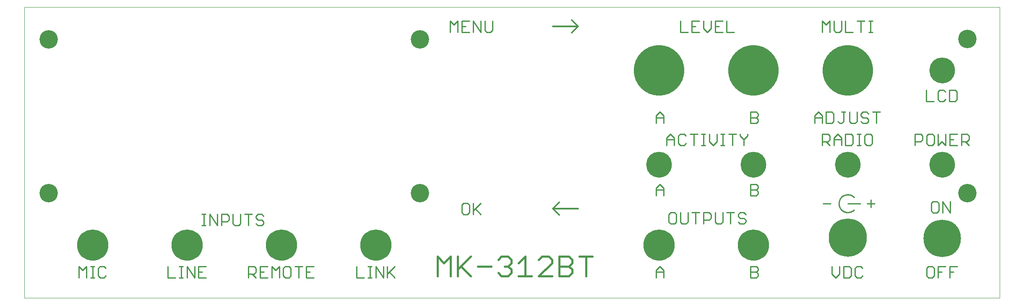
<source format=gts>
G75*
%MOIN*%
%OFA0B0*%
%FSLAX24Y24*%
%IPPOS*%
%LPD*%
%AMOC8*
5,1,8,0,0,1.08239X$1,22.5*
%
%ADD10C,0.0000*%
%ADD11C,0.2049*%
%ADD12C,0.2482*%
%ADD13C,0.3033*%
%ADD14C,0.0100*%
%ADD15C,0.0180*%
%ADD16C,0.0120*%
%ADD17C,0.1464*%
%ADD18C,0.4023*%
%ADD19C,0.2980*%
D10*
X000100Y000100D02*
X077600Y000100D01*
X077600Y023220D01*
X000100Y023220D01*
X000100Y000100D01*
X004319Y004289D02*
X004321Y004358D01*
X004327Y004427D01*
X004337Y004496D01*
X004351Y004563D01*
X004369Y004630D01*
X004390Y004696D01*
X004415Y004761D01*
X004444Y004823D01*
X004477Y004884D01*
X004513Y004944D01*
X004552Y005001D01*
X004595Y005055D01*
X004641Y005107D01*
X004689Y005156D01*
X004741Y005203D01*
X004795Y005246D01*
X004851Y005286D01*
X004910Y005323D01*
X004970Y005357D01*
X005033Y005387D01*
X005097Y005413D01*
X005162Y005435D01*
X005229Y005454D01*
X005296Y005469D01*
X005365Y005480D01*
X005434Y005487D01*
X005503Y005490D01*
X005572Y005489D01*
X005641Y005484D01*
X005710Y005475D01*
X005778Y005462D01*
X005845Y005445D01*
X005911Y005425D01*
X005976Y005400D01*
X006039Y005372D01*
X006100Y005340D01*
X006160Y005305D01*
X006218Y005267D01*
X006273Y005225D01*
X006325Y005180D01*
X006375Y005132D01*
X006422Y005081D01*
X006467Y005028D01*
X006508Y004972D01*
X006545Y004914D01*
X006580Y004854D01*
X006610Y004792D01*
X006638Y004729D01*
X006661Y004663D01*
X006681Y004597D01*
X006697Y004530D01*
X006709Y004461D01*
X006717Y004393D01*
X006721Y004324D01*
X006721Y004254D01*
X006717Y004185D01*
X006709Y004117D01*
X006697Y004048D01*
X006681Y003981D01*
X006661Y003915D01*
X006638Y003849D01*
X006610Y003786D01*
X006580Y003724D01*
X006545Y003664D01*
X006508Y003606D01*
X006467Y003550D01*
X006422Y003497D01*
X006375Y003446D01*
X006325Y003398D01*
X006273Y003353D01*
X006218Y003311D01*
X006160Y003273D01*
X006100Y003238D01*
X006039Y003206D01*
X005976Y003178D01*
X005911Y003153D01*
X005845Y003133D01*
X005778Y003116D01*
X005710Y003103D01*
X005641Y003094D01*
X005572Y003089D01*
X005503Y003088D01*
X005434Y003091D01*
X005365Y003098D01*
X005296Y003109D01*
X005229Y003124D01*
X005162Y003143D01*
X005097Y003165D01*
X005033Y003191D01*
X004970Y003221D01*
X004910Y003255D01*
X004851Y003292D01*
X004795Y003332D01*
X004741Y003375D01*
X004689Y003422D01*
X004641Y003471D01*
X004595Y003523D01*
X004552Y003577D01*
X004513Y003634D01*
X004477Y003694D01*
X004444Y003755D01*
X004415Y003817D01*
X004390Y003882D01*
X004369Y003948D01*
X004351Y004015D01*
X004337Y004082D01*
X004327Y004151D01*
X004321Y004220D01*
X004319Y004289D01*
X011819Y004289D02*
X011821Y004358D01*
X011827Y004427D01*
X011837Y004496D01*
X011851Y004563D01*
X011869Y004630D01*
X011890Y004696D01*
X011915Y004761D01*
X011944Y004823D01*
X011977Y004884D01*
X012013Y004944D01*
X012052Y005001D01*
X012095Y005055D01*
X012141Y005107D01*
X012189Y005156D01*
X012241Y005203D01*
X012295Y005246D01*
X012351Y005286D01*
X012410Y005323D01*
X012470Y005357D01*
X012533Y005387D01*
X012597Y005413D01*
X012662Y005435D01*
X012729Y005454D01*
X012796Y005469D01*
X012865Y005480D01*
X012934Y005487D01*
X013003Y005490D01*
X013072Y005489D01*
X013141Y005484D01*
X013210Y005475D01*
X013278Y005462D01*
X013345Y005445D01*
X013411Y005425D01*
X013476Y005400D01*
X013539Y005372D01*
X013600Y005340D01*
X013660Y005305D01*
X013718Y005267D01*
X013773Y005225D01*
X013825Y005180D01*
X013875Y005132D01*
X013922Y005081D01*
X013967Y005028D01*
X014008Y004972D01*
X014045Y004914D01*
X014080Y004854D01*
X014110Y004792D01*
X014138Y004729D01*
X014161Y004663D01*
X014181Y004597D01*
X014197Y004530D01*
X014209Y004461D01*
X014217Y004393D01*
X014221Y004324D01*
X014221Y004254D01*
X014217Y004185D01*
X014209Y004117D01*
X014197Y004048D01*
X014181Y003981D01*
X014161Y003915D01*
X014138Y003849D01*
X014110Y003786D01*
X014080Y003724D01*
X014045Y003664D01*
X014008Y003606D01*
X013967Y003550D01*
X013922Y003497D01*
X013875Y003446D01*
X013825Y003398D01*
X013773Y003353D01*
X013718Y003311D01*
X013660Y003273D01*
X013600Y003238D01*
X013539Y003206D01*
X013476Y003178D01*
X013411Y003153D01*
X013345Y003133D01*
X013278Y003116D01*
X013210Y003103D01*
X013141Y003094D01*
X013072Y003089D01*
X013003Y003088D01*
X012934Y003091D01*
X012865Y003098D01*
X012796Y003109D01*
X012729Y003124D01*
X012662Y003143D01*
X012597Y003165D01*
X012533Y003191D01*
X012470Y003221D01*
X012410Y003255D01*
X012351Y003292D01*
X012295Y003332D01*
X012241Y003375D01*
X012189Y003422D01*
X012141Y003471D01*
X012095Y003523D01*
X012052Y003577D01*
X012013Y003634D01*
X011977Y003694D01*
X011944Y003755D01*
X011915Y003817D01*
X011890Y003882D01*
X011869Y003948D01*
X011851Y004015D01*
X011837Y004082D01*
X011827Y004151D01*
X011821Y004220D01*
X011819Y004289D01*
X019319Y004289D02*
X019321Y004358D01*
X019327Y004427D01*
X019337Y004496D01*
X019351Y004563D01*
X019369Y004630D01*
X019390Y004696D01*
X019415Y004761D01*
X019444Y004823D01*
X019477Y004884D01*
X019513Y004944D01*
X019552Y005001D01*
X019595Y005055D01*
X019641Y005107D01*
X019689Y005156D01*
X019741Y005203D01*
X019795Y005246D01*
X019851Y005286D01*
X019910Y005323D01*
X019970Y005357D01*
X020033Y005387D01*
X020097Y005413D01*
X020162Y005435D01*
X020229Y005454D01*
X020296Y005469D01*
X020365Y005480D01*
X020434Y005487D01*
X020503Y005490D01*
X020572Y005489D01*
X020641Y005484D01*
X020710Y005475D01*
X020778Y005462D01*
X020845Y005445D01*
X020911Y005425D01*
X020976Y005400D01*
X021039Y005372D01*
X021100Y005340D01*
X021160Y005305D01*
X021218Y005267D01*
X021273Y005225D01*
X021325Y005180D01*
X021375Y005132D01*
X021422Y005081D01*
X021467Y005028D01*
X021508Y004972D01*
X021545Y004914D01*
X021580Y004854D01*
X021610Y004792D01*
X021638Y004729D01*
X021661Y004663D01*
X021681Y004597D01*
X021697Y004530D01*
X021709Y004461D01*
X021717Y004393D01*
X021721Y004324D01*
X021721Y004254D01*
X021717Y004185D01*
X021709Y004117D01*
X021697Y004048D01*
X021681Y003981D01*
X021661Y003915D01*
X021638Y003849D01*
X021610Y003786D01*
X021580Y003724D01*
X021545Y003664D01*
X021508Y003606D01*
X021467Y003550D01*
X021422Y003497D01*
X021375Y003446D01*
X021325Y003398D01*
X021273Y003353D01*
X021218Y003311D01*
X021160Y003273D01*
X021100Y003238D01*
X021039Y003206D01*
X020976Y003178D01*
X020911Y003153D01*
X020845Y003133D01*
X020778Y003116D01*
X020710Y003103D01*
X020641Y003094D01*
X020572Y003089D01*
X020503Y003088D01*
X020434Y003091D01*
X020365Y003098D01*
X020296Y003109D01*
X020229Y003124D01*
X020162Y003143D01*
X020097Y003165D01*
X020033Y003191D01*
X019970Y003221D01*
X019910Y003255D01*
X019851Y003292D01*
X019795Y003332D01*
X019741Y003375D01*
X019689Y003422D01*
X019641Y003471D01*
X019595Y003523D01*
X019552Y003577D01*
X019513Y003634D01*
X019477Y003694D01*
X019444Y003755D01*
X019415Y003817D01*
X019390Y003882D01*
X019369Y003948D01*
X019351Y004015D01*
X019337Y004082D01*
X019327Y004151D01*
X019321Y004220D01*
X019319Y004289D01*
X026819Y004289D02*
X026821Y004358D01*
X026827Y004427D01*
X026837Y004496D01*
X026851Y004563D01*
X026869Y004630D01*
X026890Y004696D01*
X026915Y004761D01*
X026944Y004823D01*
X026977Y004884D01*
X027013Y004944D01*
X027052Y005001D01*
X027095Y005055D01*
X027141Y005107D01*
X027189Y005156D01*
X027241Y005203D01*
X027295Y005246D01*
X027351Y005286D01*
X027410Y005323D01*
X027470Y005357D01*
X027533Y005387D01*
X027597Y005413D01*
X027662Y005435D01*
X027729Y005454D01*
X027796Y005469D01*
X027865Y005480D01*
X027934Y005487D01*
X028003Y005490D01*
X028072Y005489D01*
X028141Y005484D01*
X028210Y005475D01*
X028278Y005462D01*
X028345Y005445D01*
X028411Y005425D01*
X028476Y005400D01*
X028539Y005372D01*
X028600Y005340D01*
X028660Y005305D01*
X028718Y005267D01*
X028773Y005225D01*
X028825Y005180D01*
X028875Y005132D01*
X028922Y005081D01*
X028967Y005028D01*
X029008Y004972D01*
X029045Y004914D01*
X029080Y004854D01*
X029110Y004792D01*
X029138Y004729D01*
X029161Y004663D01*
X029181Y004597D01*
X029197Y004530D01*
X029209Y004461D01*
X029217Y004393D01*
X029221Y004324D01*
X029221Y004254D01*
X029217Y004185D01*
X029209Y004117D01*
X029197Y004048D01*
X029181Y003981D01*
X029161Y003915D01*
X029138Y003849D01*
X029110Y003786D01*
X029080Y003724D01*
X029045Y003664D01*
X029008Y003606D01*
X028967Y003550D01*
X028922Y003497D01*
X028875Y003446D01*
X028825Y003398D01*
X028773Y003353D01*
X028718Y003311D01*
X028660Y003273D01*
X028600Y003238D01*
X028539Y003206D01*
X028476Y003178D01*
X028411Y003153D01*
X028345Y003133D01*
X028278Y003116D01*
X028210Y003103D01*
X028141Y003094D01*
X028072Y003089D01*
X028003Y003088D01*
X027934Y003091D01*
X027865Y003098D01*
X027796Y003109D01*
X027729Y003124D01*
X027662Y003143D01*
X027597Y003165D01*
X027533Y003191D01*
X027470Y003221D01*
X027410Y003255D01*
X027351Y003292D01*
X027295Y003332D01*
X027241Y003375D01*
X027189Y003422D01*
X027141Y003471D01*
X027095Y003523D01*
X027052Y003577D01*
X027013Y003634D01*
X026977Y003694D01*
X026944Y003755D01*
X026915Y003817D01*
X026890Y003882D01*
X026869Y003948D01*
X026851Y004015D01*
X026837Y004082D01*
X026827Y004151D01*
X026821Y004220D01*
X026819Y004289D01*
X049319Y004289D02*
X049321Y004358D01*
X049327Y004427D01*
X049337Y004496D01*
X049351Y004563D01*
X049369Y004630D01*
X049390Y004696D01*
X049415Y004761D01*
X049444Y004823D01*
X049477Y004884D01*
X049513Y004944D01*
X049552Y005001D01*
X049595Y005055D01*
X049641Y005107D01*
X049689Y005156D01*
X049741Y005203D01*
X049795Y005246D01*
X049851Y005286D01*
X049910Y005323D01*
X049970Y005357D01*
X050033Y005387D01*
X050097Y005413D01*
X050162Y005435D01*
X050229Y005454D01*
X050296Y005469D01*
X050365Y005480D01*
X050434Y005487D01*
X050503Y005490D01*
X050572Y005489D01*
X050641Y005484D01*
X050710Y005475D01*
X050778Y005462D01*
X050845Y005445D01*
X050911Y005425D01*
X050976Y005400D01*
X051039Y005372D01*
X051100Y005340D01*
X051160Y005305D01*
X051218Y005267D01*
X051273Y005225D01*
X051325Y005180D01*
X051375Y005132D01*
X051422Y005081D01*
X051467Y005028D01*
X051508Y004972D01*
X051545Y004914D01*
X051580Y004854D01*
X051610Y004792D01*
X051638Y004729D01*
X051661Y004663D01*
X051681Y004597D01*
X051697Y004530D01*
X051709Y004461D01*
X051717Y004393D01*
X051721Y004324D01*
X051721Y004254D01*
X051717Y004185D01*
X051709Y004117D01*
X051697Y004048D01*
X051681Y003981D01*
X051661Y003915D01*
X051638Y003849D01*
X051610Y003786D01*
X051580Y003724D01*
X051545Y003664D01*
X051508Y003606D01*
X051467Y003550D01*
X051422Y003497D01*
X051375Y003446D01*
X051325Y003398D01*
X051273Y003353D01*
X051218Y003311D01*
X051160Y003273D01*
X051100Y003238D01*
X051039Y003206D01*
X050976Y003178D01*
X050911Y003153D01*
X050845Y003133D01*
X050778Y003116D01*
X050710Y003103D01*
X050641Y003094D01*
X050572Y003089D01*
X050503Y003088D01*
X050434Y003091D01*
X050365Y003098D01*
X050296Y003109D01*
X050229Y003124D01*
X050162Y003143D01*
X050097Y003165D01*
X050033Y003191D01*
X049970Y003221D01*
X049910Y003255D01*
X049851Y003292D01*
X049795Y003332D01*
X049741Y003375D01*
X049689Y003422D01*
X049641Y003471D01*
X049595Y003523D01*
X049552Y003577D01*
X049513Y003634D01*
X049477Y003694D01*
X049444Y003755D01*
X049415Y003817D01*
X049390Y003882D01*
X049369Y003948D01*
X049351Y004015D01*
X049337Y004082D01*
X049327Y004151D01*
X049321Y004220D01*
X049319Y004289D01*
X056819Y004289D02*
X056821Y004358D01*
X056827Y004427D01*
X056837Y004496D01*
X056851Y004563D01*
X056869Y004630D01*
X056890Y004696D01*
X056915Y004761D01*
X056944Y004823D01*
X056977Y004884D01*
X057013Y004944D01*
X057052Y005001D01*
X057095Y005055D01*
X057141Y005107D01*
X057189Y005156D01*
X057241Y005203D01*
X057295Y005246D01*
X057351Y005286D01*
X057410Y005323D01*
X057470Y005357D01*
X057533Y005387D01*
X057597Y005413D01*
X057662Y005435D01*
X057729Y005454D01*
X057796Y005469D01*
X057865Y005480D01*
X057934Y005487D01*
X058003Y005490D01*
X058072Y005489D01*
X058141Y005484D01*
X058210Y005475D01*
X058278Y005462D01*
X058345Y005445D01*
X058411Y005425D01*
X058476Y005400D01*
X058539Y005372D01*
X058600Y005340D01*
X058660Y005305D01*
X058718Y005267D01*
X058773Y005225D01*
X058825Y005180D01*
X058875Y005132D01*
X058922Y005081D01*
X058967Y005028D01*
X059008Y004972D01*
X059045Y004914D01*
X059080Y004854D01*
X059110Y004792D01*
X059138Y004729D01*
X059161Y004663D01*
X059181Y004597D01*
X059197Y004530D01*
X059209Y004461D01*
X059217Y004393D01*
X059221Y004324D01*
X059221Y004254D01*
X059217Y004185D01*
X059209Y004117D01*
X059197Y004048D01*
X059181Y003981D01*
X059161Y003915D01*
X059138Y003849D01*
X059110Y003786D01*
X059080Y003724D01*
X059045Y003664D01*
X059008Y003606D01*
X058967Y003550D01*
X058922Y003497D01*
X058875Y003446D01*
X058825Y003398D01*
X058773Y003353D01*
X058718Y003311D01*
X058660Y003273D01*
X058600Y003238D01*
X058539Y003206D01*
X058476Y003178D01*
X058411Y003153D01*
X058345Y003133D01*
X058278Y003116D01*
X058210Y003103D01*
X058141Y003094D01*
X058072Y003089D01*
X058003Y003088D01*
X057934Y003091D01*
X057865Y003098D01*
X057796Y003109D01*
X057729Y003124D01*
X057662Y003143D01*
X057597Y003165D01*
X057533Y003191D01*
X057470Y003221D01*
X057410Y003255D01*
X057351Y003292D01*
X057295Y003332D01*
X057241Y003375D01*
X057189Y003422D01*
X057141Y003471D01*
X057095Y003523D01*
X057052Y003577D01*
X057013Y003634D01*
X056977Y003694D01*
X056944Y003755D01*
X056915Y003817D01*
X056890Y003882D01*
X056869Y003948D01*
X056851Y004015D01*
X056837Y004082D01*
X056827Y004151D01*
X056821Y004220D01*
X056819Y004289D01*
X064044Y004880D02*
X064046Y004957D01*
X064052Y005033D01*
X064062Y005109D01*
X064076Y005184D01*
X064093Y005259D01*
X064115Y005332D01*
X064140Y005405D01*
X064170Y005476D01*
X064202Y005545D01*
X064239Y005612D01*
X064278Y005678D01*
X064321Y005741D01*
X064368Y005802D01*
X064417Y005861D01*
X064470Y005917D01*
X064525Y005970D01*
X064583Y006020D01*
X064643Y006067D01*
X064706Y006111D01*
X064771Y006152D01*
X064838Y006189D01*
X064907Y006223D01*
X064977Y006253D01*
X065049Y006279D01*
X065123Y006301D01*
X065197Y006320D01*
X065272Y006335D01*
X065348Y006346D01*
X065424Y006353D01*
X065501Y006356D01*
X065577Y006355D01*
X065654Y006350D01*
X065730Y006341D01*
X065806Y006328D01*
X065880Y006311D01*
X065954Y006291D01*
X066027Y006266D01*
X066098Y006238D01*
X066168Y006206D01*
X066236Y006171D01*
X066302Y006132D01*
X066366Y006090D01*
X066427Y006044D01*
X066487Y005995D01*
X066543Y005944D01*
X066597Y005889D01*
X066648Y005832D01*
X066696Y005772D01*
X066741Y005710D01*
X066782Y005645D01*
X066820Y005579D01*
X066855Y005511D01*
X066885Y005440D01*
X066913Y005369D01*
X066936Y005296D01*
X066956Y005222D01*
X066972Y005147D01*
X066984Y005071D01*
X066992Y004995D01*
X066996Y004918D01*
X066996Y004842D01*
X066992Y004765D01*
X066984Y004689D01*
X066972Y004613D01*
X066956Y004538D01*
X066936Y004464D01*
X066913Y004391D01*
X066885Y004320D01*
X066855Y004249D01*
X066820Y004181D01*
X066782Y004115D01*
X066741Y004050D01*
X066696Y003988D01*
X066648Y003928D01*
X066597Y003871D01*
X066543Y003816D01*
X066487Y003765D01*
X066427Y003716D01*
X066366Y003670D01*
X066302Y003628D01*
X066236Y003589D01*
X066168Y003554D01*
X066098Y003522D01*
X066027Y003494D01*
X065954Y003469D01*
X065880Y003449D01*
X065806Y003432D01*
X065730Y003419D01*
X065654Y003410D01*
X065577Y003405D01*
X065501Y003404D01*
X065424Y003407D01*
X065348Y003414D01*
X065272Y003425D01*
X065197Y003440D01*
X065123Y003459D01*
X065049Y003481D01*
X064977Y003507D01*
X064907Y003537D01*
X064838Y003571D01*
X064771Y003608D01*
X064706Y003649D01*
X064643Y003693D01*
X064583Y003740D01*
X064525Y003790D01*
X064470Y003843D01*
X064417Y003899D01*
X064368Y003958D01*
X064321Y004019D01*
X064278Y004082D01*
X064239Y004148D01*
X064202Y004215D01*
X064170Y004284D01*
X064140Y004355D01*
X064115Y004428D01*
X064093Y004501D01*
X064076Y004576D01*
X064062Y004651D01*
X064052Y004727D01*
X064046Y004803D01*
X064044Y004880D01*
X064536Y010685D02*
X064538Y010747D01*
X064544Y010810D01*
X064554Y010871D01*
X064568Y010932D01*
X064585Y010992D01*
X064606Y011051D01*
X064632Y011108D01*
X064660Y011163D01*
X064692Y011217D01*
X064728Y011268D01*
X064766Y011318D01*
X064808Y011364D01*
X064852Y011408D01*
X064900Y011449D01*
X064949Y011487D01*
X065001Y011521D01*
X065055Y011552D01*
X065111Y011580D01*
X065169Y011604D01*
X065228Y011625D01*
X065288Y011641D01*
X065349Y011654D01*
X065411Y011663D01*
X065473Y011668D01*
X065536Y011669D01*
X065598Y011666D01*
X065660Y011659D01*
X065722Y011648D01*
X065782Y011633D01*
X065842Y011615D01*
X065900Y011593D01*
X065957Y011567D01*
X066012Y011537D01*
X066065Y011504D01*
X066116Y011468D01*
X066164Y011429D01*
X066210Y011386D01*
X066253Y011341D01*
X066293Y011293D01*
X066330Y011243D01*
X066364Y011190D01*
X066395Y011136D01*
X066421Y011080D01*
X066445Y011022D01*
X066464Y010962D01*
X066480Y010902D01*
X066492Y010840D01*
X066500Y010779D01*
X066504Y010716D01*
X066504Y010654D01*
X066500Y010591D01*
X066492Y010530D01*
X066480Y010468D01*
X066464Y010408D01*
X066445Y010348D01*
X066421Y010290D01*
X066395Y010234D01*
X066364Y010180D01*
X066330Y010127D01*
X066293Y010077D01*
X066253Y010029D01*
X066210Y009984D01*
X066164Y009941D01*
X066116Y009902D01*
X066065Y009866D01*
X066012Y009833D01*
X065957Y009803D01*
X065900Y009777D01*
X065842Y009755D01*
X065782Y009737D01*
X065722Y009722D01*
X065660Y009711D01*
X065598Y009704D01*
X065536Y009701D01*
X065473Y009702D01*
X065411Y009707D01*
X065349Y009716D01*
X065288Y009729D01*
X065228Y009745D01*
X065169Y009766D01*
X065111Y009790D01*
X065055Y009818D01*
X065001Y009849D01*
X064949Y009883D01*
X064900Y009921D01*
X064852Y009962D01*
X064808Y010006D01*
X064766Y010052D01*
X064728Y010102D01*
X064692Y010153D01*
X064660Y010207D01*
X064632Y010262D01*
X064606Y010319D01*
X064585Y010378D01*
X064568Y010438D01*
X064554Y010499D01*
X064544Y010560D01*
X064538Y010623D01*
X064536Y010685D01*
X057036Y010685D02*
X057038Y010747D01*
X057044Y010810D01*
X057054Y010871D01*
X057068Y010932D01*
X057085Y010992D01*
X057106Y011051D01*
X057132Y011108D01*
X057160Y011163D01*
X057192Y011217D01*
X057228Y011268D01*
X057266Y011318D01*
X057308Y011364D01*
X057352Y011408D01*
X057400Y011449D01*
X057449Y011487D01*
X057501Y011521D01*
X057555Y011552D01*
X057611Y011580D01*
X057669Y011604D01*
X057728Y011625D01*
X057788Y011641D01*
X057849Y011654D01*
X057911Y011663D01*
X057973Y011668D01*
X058036Y011669D01*
X058098Y011666D01*
X058160Y011659D01*
X058222Y011648D01*
X058282Y011633D01*
X058342Y011615D01*
X058400Y011593D01*
X058457Y011567D01*
X058512Y011537D01*
X058565Y011504D01*
X058616Y011468D01*
X058664Y011429D01*
X058710Y011386D01*
X058753Y011341D01*
X058793Y011293D01*
X058830Y011243D01*
X058864Y011190D01*
X058895Y011136D01*
X058921Y011080D01*
X058945Y011022D01*
X058964Y010962D01*
X058980Y010902D01*
X058992Y010840D01*
X059000Y010779D01*
X059004Y010716D01*
X059004Y010654D01*
X059000Y010591D01*
X058992Y010530D01*
X058980Y010468D01*
X058964Y010408D01*
X058945Y010348D01*
X058921Y010290D01*
X058895Y010234D01*
X058864Y010180D01*
X058830Y010127D01*
X058793Y010077D01*
X058753Y010029D01*
X058710Y009984D01*
X058664Y009941D01*
X058616Y009902D01*
X058565Y009866D01*
X058512Y009833D01*
X058457Y009803D01*
X058400Y009777D01*
X058342Y009755D01*
X058282Y009737D01*
X058222Y009722D01*
X058160Y009711D01*
X058098Y009704D01*
X058036Y009701D01*
X057973Y009702D01*
X057911Y009707D01*
X057849Y009716D01*
X057788Y009729D01*
X057728Y009745D01*
X057669Y009766D01*
X057611Y009790D01*
X057555Y009818D01*
X057501Y009849D01*
X057449Y009883D01*
X057400Y009921D01*
X057352Y009962D01*
X057308Y010006D01*
X057266Y010052D01*
X057228Y010102D01*
X057192Y010153D01*
X057160Y010207D01*
X057132Y010262D01*
X057106Y010319D01*
X057085Y010378D01*
X057068Y010438D01*
X057054Y010499D01*
X057044Y010560D01*
X057038Y010623D01*
X057036Y010685D01*
X049536Y010685D02*
X049538Y010747D01*
X049544Y010810D01*
X049554Y010871D01*
X049568Y010932D01*
X049585Y010992D01*
X049606Y011051D01*
X049632Y011108D01*
X049660Y011163D01*
X049692Y011217D01*
X049728Y011268D01*
X049766Y011318D01*
X049808Y011364D01*
X049852Y011408D01*
X049900Y011449D01*
X049949Y011487D01*
X050001Y011521D01*
X050055Y011552D01*
X050111Y011580D01*
X050169Y011604D01*
X050228Y011625D01*
X050288Y011641D01*
X050349Y011654D01*
X050411Y011663D01*
X050473Y011668D01*
X050536Y011669D01*
X050598Y011666D01*
X050660Y011659D01*
X050722Y011648D01*
X050782Y011633D01*
X050842Y011615D01*
X050900Y011593D01*
X050957Y011567D01*
X051012Y011537D01*
X051065Y011504D01*
X051116Y011468D01*
X051164Y011429D01*
X051210Y011386D01*
X051253Y011341D01*
X051293Y011293D01*
X051330Y011243D01*
X051364Y011190D01*
X051395Y011136D01*
X051421Y011080D01*
X051445Y011022D01*
X051464Y010962D01*
X051480Y010902D01*
X051492Y010840D01*
X051500Y010779D01*
X051504Y010716D01*
X051504Y010654D01*
X051500Y010591D01*
X051492Y010530D01*
X051480Y010468D01*
X051464Y010408D01*
X051445Y010348D01*
X051421Y010290D01*
X051395Y010234D01*
X051364Y010180D01*
X051330Y010127D01*
X051293Y010077D01*
X051253Y010029D01*
X051210Y009984D01*
X051164Y009941D01*
X051116Y009902D01*
X051065Y009866D01*
X051012Y009833D01*
X050957Y009803D01*
X050900Y009777D01*
X050842Y009755D01*
X050782Y009737D01*
X050722Y009722D01*
X050660Y009711D01*
X050598Y009704D01*
X050536Y009701D01*
X050473Y009702D01*
X050411Y009707D01*
X050349Y009716D01*
X050288Y009729D01*
X050228Y009745D01*
X050169Y009766D01*
X050111Y009790D01*
X050055Y009818D01*
X050001Y009849D01*
X049949Y009883D01*
X049900Y009921D01*
X049852Y009962D01*
X049808Y010006D01*
X049766Y010052D01*
X049728Y010102D01*
X049692Y010153D01*
X049660Y010207D01*
X049632Y010262D01*
X049606Y010319D01*
X049585Y010378D01*
X049568Y010438D01*
X049554Y010499D01*
X049544Y010560D01*
X049538Y010623D01*
X049536Y010685D01*
X072036Y010685D02*
X072038Y010747D01*
X072044Y010810D01*
X072054Y010871D01*
X072068Y010932D01*
X072085Y010992D01*
X072106Y011051D01*
X072132Y011108D01*
X072160Y011163D01*
X072192Y011217D01*
X072228Y011268D01*
X072266Y011318D01*
X072308Y011364D01*
X072352Y011408D01*
X072400Y011449D01*
X072449Y011487D01*
X072501Y011521D01*
X072555Y011552D01*
X072611Y011580D01*
X072669Y011604D01*
X072728Y011625D01*
X072788Y011641D01*
X072849Y011654D01*
X072911Y011663D01*
X072973Y011668D01*
X073036Y011669D01*
X073098Y011666D01*
X073160Y011659D01*
X073222Y011648D01*
X073282Y011633D01*
X073342Y011615D01*
X073400Y011593D01*
X073457Y011567D01*
X073512Y011537D01*
X073565Y011504D01*
X073616Y011468D01*
X073664Y011429D01*
X073710Y011386D01*
X073753Y011341D01*
X073793Y011293D01*
X073830Y011243D01*
X073864Y011190D01*
X073895Y011136D01*
X073921Y011080D01*
X073945Y011022D01*
X073964Y010962D01*
X073980Y010902D01*
X073992Y010840D01*
X074000Y010779D01*
X074004Y010716D01*
X074004Y010654D01*
X074000Y010591D01*
X073992Y010530D01*
X073980Y010468D01*
X073964Y010408D01*
X073945Y010348D01*
X073921Y010290D01*
X073895Y010234D01*
X073864Y010180D01*
X073830Y010127D01*
X073793Y010077D01*
X073753Y010029D01*
X073710Y009984D01*
X073664Y009941D01*
X073616Y009902D01*
X073565Y009866D01*
X073512Y009833D01*
X073457Y009803D01*
X073400Y009777D01*
X073342Y009755D01*
X073282Y009737D01*
X073222Y009722D01*
X073160Y009711D01*
X073098Y009704D01*
X073036Y009701D01*
X072973Y009702D01*
X072911Y009707D01*
X072849Y009716D01*
X072788Y009729D01*
X072728Y009745D01*
X072669Y009766D01*
X072611Y009790D01*
X072555Y009818D01*
X072501Y009849D01*
X072449Y009883D01*
X072400Y009921D01*
X072352Y009962D01*
X072308Y010006D01*
X072266Y010052D01*
X072228Y010102D01*
X072192Y010153D01*
X072160Y010207D01*
X072132Y010262D01*
X072106Y010319D01*
X072085Y010378D01*
X072068Y010438D01*
X072054Y010499D01*
X072044Y010560D01*
X072038Y010623D01*
X072036Y010685D01*
X072036Y018185D02*
X072038Y018247D01*
X072044Y018310D01*
X072054Y018371D01*
X072068Y018432D01*
X072085Y018492D01*
X072106Y018551D01*
X072132Y018608D01*
X072160Y018663D01*
X072192Y018717D01*
X072228Y018768D01*
X072266Y018818D01*
X072308Y018864D01*
X072352Y018908D01*
X072400Y018949D01*
X072449Y018987D01*
X072501Y019021D01*
X072555Y019052D01*
X072611Y019080D01*
X072669Y019104D01*
X072728Y019125D01*
X072788Y019141D01*
X072849Y019154D01*
X072911Y019163D01*
X072973Y019168D01*
X073036Y019169D01*
X073098Y019166D01*
X073160Y019159D01*
X073222Y019148D01*
X073282Y019133D01*
X073342Y019115D01*
X073400Y019093D01*
X073457Y019067D01*
X073512Y019037D01*
X073565Y019004D01*
X073616Y018968D01*
X073664Y018929D01*
X073710Y018886D01*
X073753Y018841D01*
X073793Y018793D01*
X073830Y018743D01*
X073864Y018690D01*
X073895Y018636D01*
X073921Y018580D01*
X073945Y018522D01*
X073964Y018462D01*
X073980Y018402D01*
X073992Y018340D01*
X074000Y018279D01*
X074004Y018216D01*
X074004Y018154D01*
X074000Y018091D01*
X073992Y018030D01*
X073980Y017968D01*
X073964Y017908D01*
X073945Y017848D01*
X073921Y017790D01*
X073895Y017734D01*
X073864Y017680D01*
X073830Y017627D01*
X073793Y017577D01*
X073753Y017529D01*
X073710Y017484D01*
X073664Y017441D01*
X073616Y017402D01*
X073565Y017366D01*
X073512Y017333D01*
X073457Y017303D01*
X073400Y017277D01*
X073342Y017255D01*
X073282Y017237D01*
X073222Y017222D01*
X073160Y017211D01*
X073098Y017204D01*
X073036Y017201D01*
X072973Y017202D01*
X072911Y017207D01*
X072849Y017216D01*
X072788Y017229D01*
X072728Y017245D01*
X072669Y017266D01*
X072611Y017290D01*
X072555Y017318D01*
X072501Y017349D01*
X072449Y017383D01*
X072400Y017421D01*
X072352Y017462D01*
X072308Y017506D01*
X072266Y017552D01*
X072228Y017602D01*
X072192Y017653D01*
X072160Y017707D01*
X072132Y017762D01*
X072106Y017819D01*
X072085Y017878D01*
X072068Y017938D01*
X072054Y017999D01*
X072044Y018060D01*
X072038Y018123D01*
X072036Y018185D01*
D11*
X073020Y018185D03*
X073020Y010685D03*
X065520Y010685D03*
X058020Y010685D03*
X050520Y010685D03*
D12*
X050520Y004289D03*
X058020Y004289D03*
X028020Y004289D03*
X020520Y004289D03*
X013020Y004289D03*
X005520Y004289D03*
D13*
X065520Y004880D03*
D14*
X065640Y002601D02*
X065190Y002601D01*
X065190Y001700D01*
X065640Y001700D01*
X065790Y001850D01*
X065790Y002451D01*
X065640Y002601D01*
X066110Y002451D02*
X066110Y001850D01*
X066261Y001700D01*
X066561Y001700D01*
X066711Y001850D01*
X064869Y002000D02*
X064569Y001700D01*
X064269Y002000D01*
X064269Y002601D01*
X064869Y002601D02*
X064869Y002000D01*
X066110Y002451D02*
X066261Y002601D01*
X066561Y002601D01*
X066711Y002451D01*
X071789Y002451D02*
X071789Y001850D01*
X071939Y001700D01*
X072239Y001700D01*
X072389Y001850D01*
X072389Y002451D01*
X072239Y002601D01*
X071939Y002601D01*
X071789Y002451D01*
X072710Y002601D02*
X073310Y002601D01*
X073630Y002601D02*
X074231Y002601D01*
X073630Y002601D02*
X073630Y001700D01*
X072710Y001700D02*
X072710Y002601D01*
X072710Y002150D02*
X073010Y002150D01*
X073630Y002150D02*
X073931Y002150D01*
X073671Y006870D02*
X073671Y007771D01*
X073070Y007771D02*
X073671Y006870D01*
X073070Y006870D02*
X073070Y007771D01*
X072750Y007621D02*
X072600Y007771D01*
X072299Y007771D01*
X072149Y007621D01*
X072149Y007020D01*
X072299Y006870D01*
X072600Y006870D01*
X072750Y007020D01*
X072750Y007621D01*
X067676Y007600D02*
X067075Y007600D01*
X067375Y007901D02*
X067375Y007300D01*
X066525Y007600D02*
X065525Y007600D01*
X066025Y008100D02*
X065987Y008135D01*
X065946Y008168D01*
X065903Y008197D01*
X065858Y008224D01*
X065812Y008246D01*
X065763Y008266D01*
X065714Y008281D01*
X065663Y008293D01*
X065612Y008302D01*
X065560Y008306D01*
X065508Y008307D01*
X065456Y008304D01*
X065404Y008297D01*
X065353Y008286D01*
X065303Y008271D01*
X065254Y008253D01*
X065207Y008232D01*
X065162Y008206D01*
X065118Y008178D01*
X065076Y008147D01*
X065037Y008112D01*
X065001Y008075D01*
X064968Y008035D01*
X064937Y007993D01*
X064910Y007948D01*
X064886Y007902D01*
X064865Y007854D01*
X064848Y007805D01*
X064835Y007755D01*
X064826Y007704D01*
X064820Y007652D01*
X064818Y007600D01*
X064820Y007548D01*
X064826Y007496D01*
X064835Y007445D01*
X064848Y007395D01*
X064865Y007346D01*
X064886Y007298D01*
X064910Y007252D01*
X064937Y007207D01*
X064968Y007165D01*
X065001Y007125D01*
X065037Y007088D01*
X065076Y007053D01*
X065118Y007022D01*
X065162Y006994D01*
X065207Y006968D01*
X065254Y006947D01*
X065303Y006929D01*
X065353Y006914D01*
X065404Y006903D01*
X065456Y006896D01*
X065508Y006893D01*
X065560Y006894D01*
X065612Y006898D01*
X065663Y006907D01*
X065714Y006919D01*
X065763Y006934D01*
X065812Y006954D01*
X065858Y006976D01*
X065903Y007003D01*
X065946Y007032D01*
X065987Y007065D01*
X066025Y007100D01*
X064176Y007600D02*
X063575Y007600D01*
X058410Y008385D02*
X058260Y008235D01*
X057810Y008235D01*
X057810Y009136D01*
X058260Y009136D01*
X058410Y008986D01*
X058410Y008836D01*
X058260Y008685D01*
X057810Y008685D01*
X058260Y008685D02*
X058410Y008535D01*
X058410Y008385D01*
X057272Y006879D02*
X056972Y006879D01*
X056822Y006729D01*
X056822Y006579D01*
X056972Y006428D01*
X057272Y006428D01*
X057422Y006278D01*
X057422Y006128D01*
X057272Y005978D01*
X056972Y005978D01*
X056822Y006128D01*
X056201Y005978D02*
X056201Y006879D01*
X055901Y006879D02*
X056502Y006879D01*
X057272Y006879D02*
X057422Y006729D01*
X055581Y006879D02*
X055581Y006128D01*
X055431Y005978D01*
X055131Y005978D01*
X054980Y006128D01*
X054980Y006879D01*
X054660Y006729D02*
X054510Y006879D01*
X054060Y006879D01*
X054060Y005978D01*
X054060Y006278D02*
X054510Y006278D01*
X054660Y006428D01*
X054660Y006729D01*
X053739Y006879D02*
X053139Y006879D01*
X053439Y006879D02*
X053439Y005978D01*
X052819Y006128D02*
X052819Y006879D01*
X052218Y006879D02*
X052218Y006128D01*
X052368Y005978D01*
X052668Y005978D01*
X052819Y006128D01*
X051898Y006128D02*
X051748Y005978D01*
X051447Y005978D01*
X051297Y006128D01*
X051297Y006729D01*
X051447Y006879D01*
X051748Y006879D01*
X051898Y006729D01*
X051898Y006128D01*
X050910Y008235D02*
X050910Y008836D01*
X050610Y009136D01*
X050310Y008836D01*
X050310Y008235D01*
X050310Y008685D02*
X050910Y008685D01*
X051144Y012235D02*
X051144Y012836D01*
X051444Y013136D01*
X051744Y012836D01*
X051744Y012235D01*
X052065Y012385D02*
X052215Y012235D01*
X052515Y012235D01*
X052665Y012385D01*
X052065Y012385D02*
X052065Y012986D01*
X052215Y013136D01*
X052515Y013136D01*
X052665Y012986D01*
X052985Y013136D02*
X053586Y013136D01*
X053286Y013136D02*
X053286Y012235D01*
X053906Y012235D02*
X054206Y012235D01*
X054056Y012235D02*
X054056Y013136D01*
X053906Y013136D02*
X054206Y013136D01*
X054520Y013136D02*
X054520Y012535D01*
X054820Y012235D01*
X055121Y012535D01*
X055121Y013136D01*
X055441Y013136D02*
X055741Y013136D01*
X055591Y013136D02*
X055591Y012235D01*
X055441Y012235D02*
X055741Y012235D01*
X056355Y012235D02*
X056355Y013136D01*
X056055Y013136D02*
X056655Y013136D01*
X056975Y013136D02*
X056975Y012986D01*
X057276Y012685D01*
X057276Y012235D01*
X057276Y012685D02*
X057576Y012986D01*
X057576Y013136D01*
X057810Y013985D02*
X058260Y013985D01*
X058410Y014135D01*
X058410Y014285D01*
X058260Y014435D01*
X057810Y014435D01*
X058260Y014435D02*
X058410Y014586D01*
X058410Y014736D01*
X058260Y014886D01*
X057810Y014886D01*
X057810Y013985D01*
X062888Y013985D02*
X062888Y014586D01*
X063188Y014886D01*
X063488Y014586D01*
X063488Y013985D01*
X063808Y013985D02*
X064259Y013985D01*
X064409Y014135D01*
X064409Y014736D01*
X064259Y014886D01*
X063808Y014886D01*
X063808Y013985D01*
X064729Y014135D02*
X064879Y013985D01*
X065029Y013985D01*
X065180Y014135D01*
X065180Y014886D01*
X065330Y014886D02*
X065029Y014886D01*
X065650Y014886D02*
X065650Y014135D01*
X065800Y013985D01*
X066100Y013985D01*
X066251Y014135D01*
X066251Y014886D01*
X066571Y014736D02*
X066571Y014586D01*
X066721Y014435D01*
X067021Y014435D01*
X067171Y014285D01*
X067171Y014135D01*
X067021Y013985D01*
X066721Y013985D01*
X066571Y014135D01*
X067792Y013985D02*
X067792Y014886D01*
X067492Y014886D02*
X068092Y014886D01*
X067171Y014736D02*
X067021Y014886D01*
X066721Y014886D01*
X066571Y014736D01*
X063488Y014435D02*
X062888Y014435D01*
X063501Y013136D02*
X063952Y013136D01*
X064102Y012986D01*
X064102Y012685D01*
X063952Y012535D01*
X063501Y012535D01*
X063501Y012235D02*
X063501Y013136D01*
X064422Y012836D02*
X064723Y013136D01*
X065023Y012836D01*
X065023Y012235D01*
X065343Y012235D02*
X065793Y012235D01*
X065944Y012385D01*
X065944Y012986D01*
X065793Y013136D01*
X065343Y013136D01*
X065343Y012235D01*
X066264Y012235D02*
X066564Y012235D01*
X066414Y012235D02*
X066414Y013136D01*
X066264Y013136D02*
X066564Y013136D01*
X066878Y012986D02*
X066878Y012385D01*
X067028Y012235D01*
X067328Y012235D01*
X067478Y012385D01*
X067478Y012986D01*
X067328Y013136D01*
X067028Y013136D01*
X066878Y012986D01*
X065023Y012685D02*
X064422Y012685D01*
X064422Y012836D02*
X064422Y012235D01*
X064102Y012235D02*
X063802Y012535D01*
X070868Y012535D02*
X071318Y012535D01*
X071469Y012685D01*
X071469Y012986D01*
X071318Y013136D01*
X070868Y013136D01*
X070868Y012235D01*
X071789Y012385D02*
X071939Y012235D01*
X072239Y012235D01*
X072389Y012385D01*
X072389Y012986D01*
X072239Y013136D01*
X071939Y013136D01*
X071789Y012986D01*
X071789Y012385D01*
X072710Y012235D02*
X073010Y012535D01*
X073310Y012235D01*
X073310Y013136D01*
X073630Y013136D02*
X073630Y012235D01*
X074231Y012235D01*
X074551Y012235D02*
X074551Y013136D01*
X075002Y013136D01*
X075152Y012986D01*
X075152Y012685D01*
X075002Y012535D01*
X074551Y012535D01*
X074851Y012535D02*
X075152Y012235D01*
X073931Y012685D02*
X073630Y012685D01*
X073630Y013136D02*
X074231Y013136D01*
X072710Y013136D02*
X072710Y012235D01*
X072840Y015735D02*
X073140Y015735D01*
X073290Y015885D01*
X073610Y015735D02*
X074061Y015735D01*
X074211Y015885D01*
X074211Y016486D01*
X074061Y016636D01*
X073610Y016636D01*
X073610Y015735D01*
X072840Y015735D02*
X072690Y015885D01*
X072690Y016486D01*
X072840Y016636D01*
X073140Y016636D01*
X073290Y016486D01*
X071769Y016636D02*
X071769Y015735D01*
X072369Y015735D01*
X067485Y021235D02*
X067185Y021235D01*
X067335Y021235D02*
X067335Y022136D01*
X067185Y022136D02*
X067485Y022136D01*
X066864Y022136D02*
X066264Y022136D01*
X066564Y022136D02*
X066564Y021235D01*
X065944Y021235D02*
X065343Y021235D01*
X065343Y022136D01*
X065023Y022136D02*
X065023Y021385D01*
X064873Y021235D01*
X064572Y021235D01*
X064422Y021385D01*
X064422Y022136D01*
X064102Y022136D02*
X064102Y021235D01*
X063501Y021235D02*
X063501Y022136D01*
X063802Y021836D01*
X064102Y022136D01*
X056502Y021235D02*
X055901Y021235D01*
X055901Y022136D01*
X055581Y022136D02*
X054980Y022136D01*
X054980Y021235D01*
X055581Y021235D01*
X055281Y021685D02*
X054980Y021685D01*
X054660Y021535D02*
X054660Y022136D01*
X054060Y022136D02*
X054060Y021535D01*
X054360Y021235D01*
X054660Y021535D01*
X053739Y021235D02*
X053139Y021235D01*
X053139Y022136D01*
X053739Y022136D01*
X053439Y021685D02*
X053139Y021685D01*
X052819Y021235D02*
X052218Y021235D01*
X052218Y022136D01*
X037291Y022136D02*
X037291Y021385D01*
X037141Y021235D01*
X036841Y021235D01*
X036691Y021385D01*
X036691Y022136D01*
X036371Y022136D02*
X036371Y021235D01*
X035770Y022136D01*
X035770Y021235D01*
X035450Y021235D02*
X034849Y021235D01*
X034849Y022136D01*
X035450Y022136D01*
X034529Y022136D02*
X034229Y021836D01*
X033928Y022136D01*
X033928Y021235D01*
X034529Y021235D02*
X034529Y022136D01*
X034849Y021685D02*
X035149Y021685D01*
X050310Y014586D02*
X050610Y014886D01*
X050910Y014586D01*
X050910Y013985D01*
X050310Y013985D02*
X050310Y014586D01*
X050310Y014435D02*
X050910Y014435D01*
X051144Y012685D02*
X051744Y012685D01*
X036371Y007636D02*
X035770Y007035D01*
X035920Y007185D02*
X036371Y006735D01*
X035770Y006735D02*
X035770Y007636D01*
X035450Y007486D02*
X035300Y007636D01*
X034999Y007636D01*
X034849Y007486D01*
X034849Y006885D01*
X034999Y006735D01*
X035300Y006735D01*
X035450Y006885D01*
X035450Y007486D01*
X029538Y002601D02*
X028937Y002000D01*
X029087Y002150D02*
X029538Y001700D01*
X028937Y001700D02*
X028937Y002601D01*
X028617Y002601D02*
X028617Y001700D01*
X028017Y002601D01*
X028017Y001700D01*
X027703Y001700D02*
X027403Y001700D01*
X027553Y001700D02*
X027553Y002601D01*
X027403Y002601D02*
X027703Y002601D01*
X026482Y002601D02*
X026482Y001700D01*
X027082Y001700D01*
X023112Y001700D02*
X022512Y001700D01*
X022512Y002601D01*
X023112Y002601D01*
X022191Y002601D02*
X021591Y002601D01*
X021891Y002601D02*
X021891Y001700D01*
X021271Y001850D02*
X021271Y002451D01*
X021120Y002601D01*
X020820Y002601D01*
X020670Y002451D01*
X020670Y001850D01*
X020820Y001700D01*
X021120Y001700D01*
X021271Y001850D01*
X020350Y001700D02*
X020350Y002601D01*
X020049Y002301D01*
X019749Y002601D01*
X019749Y001700D01*
X019429Y001700D02*
X018828Y001700D01*
X018828Y002601D01*
X019429Y002601D01*
X019129Y002150D02*
X018828Y002150D01*
X018508Y002150D02*
X018358Y002000D01*
X017908Y002000D01*
X018208Y002000D02*
X018508Y001700D01*
X017908Y001700D02*
X017908Y002601D01*
X018358Y002601D01*
X018508Y002451D01*
X018508Y002150D01*
X014538Y001700D02*
X013937Y001700D01*
X013937Y002601D01*
X014538Y002601D01*
X013617Y002601D02*
X013617Y001700D01*
X013017Y002601D01*
X013017Y001700D01*
X012703Y001700D02*
X012403Y001700D01*
X012553Y001700D02*
X012553Y002601D01*
X012403Y002601D02*
X012703Y002601D01*
X011482Y002601D02*
X011482Y001700D01*
X012082Y001700D01*
X013937Y002150D02*
X014238Y002150D01*
X006577Y001850D02*
X006427Y001700D01*
X006127Y001700D01*
X005977Y001850D01*
X005977Y002451D01*
X006127Y002601D01*
X006427Y002601D01*
X006577Y002451D01*
X005663Y002601D02*
X005363Y002601D01*
X005513Y002601D02*
X005513Y001700D01*
X005363Y001700D02*
X005663Y001700D01*
X005043Y001700D02*
X005043Y002601D01*
X004743Y002301D01*
X004442Y002601D01*
X004442Y001700D01*
X014211Y005839D02*
X014511Y005839D01*
X014361Y005839D02*
X014361Y006740D01*
X014211Y006740D02*
X014511Y006740D01*
X014825Y006740D02*
X015425Y005839D01*
X015425Y006740D01*
X015746Y006740D02*
X016196Y006740D01*
X016346Y006590D01*
X016346Y006289D01*
X016196Y006139D01*
X015746Y006139D01*
X015746Y005839D02*
X015746Y006740D01*
X016667Y006740D02*
X016667Y005989D01*
X016817Y005839D01*
X017117Y005839D01*
X017267Y005989D01*
X017267Y006740D01*
X017587Y006740D02*
X018188Y006740D01*
X017888Y006740D02*
X017888Y005839D01*
X018508Y005989D02*
X018658Y005839D01*
X018958Y005839D01*
X019109Y005989D01*
X019109Y006139D01*
X018958Y006289D01*
X018658Y006289D01*
X018508Y006440D01*
X018508Y006590D01*
X018658Y006740D01*
X018958Y006740D01*
X019109Y006590D01*
X014825Y006740D02*
X014825Y005839D01*
X022512Y002150D02*
X022812Y002150D01*
X050310Y002150D02*
X050910Y002150D01*
X050910Y002301D02*
X050910Y001700D01*
X050310Y001700D02*
X050310Y002301D01*
X050610Y002601D01*
X050910Y002301D01*
X057810Y002150D02*
X058260Y002150D01*
X058410Y002000D01*
X058410Y001850D01*
X058260Y001700D01*
X057810Y001700D01*
X057810Y002601D01*
X058260Y002601D01*
X058410Y002451D01*
X058410Y002301D01*
X058260Y002150D01*
D15*
X045242Y003386D02*
X044194Y003386D01*
X044718Y003386D02*
X044718Y001815D01*
X043630Y002077D02*
X043368Y001815D01*
X042583Y001815D01*
X042583Y003386D01*
X043368Y003386D01*
X043630Y003124D01*
X043630Y002863D01*
X043368Y002601D01*
X042583Y002601D01*
X042019Y002863D02*
X042019Y003124D01*
X041757Y003386D01*
X041233Y003386D01*
X040971Y003124D01*
X039884Y003386D02*
X039884Y001815D01*
X039360Y001815D02*
X040408Y001815D01*
X040971Y001815D02*
X042019Y002863D01*
X043368Y002601D02*
X043630Y002339D01*
X043630Y002077D01*
X042019Y001815D02*
X040971Y001815D01*
X038796Y002077D02*
X038796Y002339D01*
X038534Y002601D01*
X038272Y002601D01*
X038534Y002601D02*
X038796Y002863D01*
X038796Y003124D01*
X038534Y003386D01*
X038011Y003386D01*
X037749Y003124D01*
X037185Y002601D02*
X036137Y002601D01*
X035573Y003386D02*
X034526Y002339D01*
X034788Y002601D02*
X035573Y001815D01*
X034526Y001815D02*
X034526Y003386D01*
X033962Y003386D02*
X033962Y001815D01*
X032914Y001815D02*
X032914Y003386D01*
X033438Y002863D01*
X033962Y003386D01*
X037749Y002077D02*
X038011Y001815D01*
X038534Y001815D01*
X038796Y002077D01*
X039360Y002863D02*
X039884Y003386D01*
D16*
X042600Y006685D02*
X042100Y007185D01*
X042600Y007685D01*
X042100Y007185D02*
X044100Y007185D01*
X043600Y021185D02*
X044100Y021685D01*
X043600Y022185D01*
X044100Y021685D02*
X042100Y021685D01*
D17*
X031520Y020640D03*
X002020Y020640D03*
X002020Y008435D03*
X031520Y008435D03*
X075020Y008435D03*
X075020Y020685D03*
D18*
X065520Y018185D03*
X058020Y018185D03*
X050520Y018185D03*
D19*
X073020Y004820D03*
M02*

</source>
